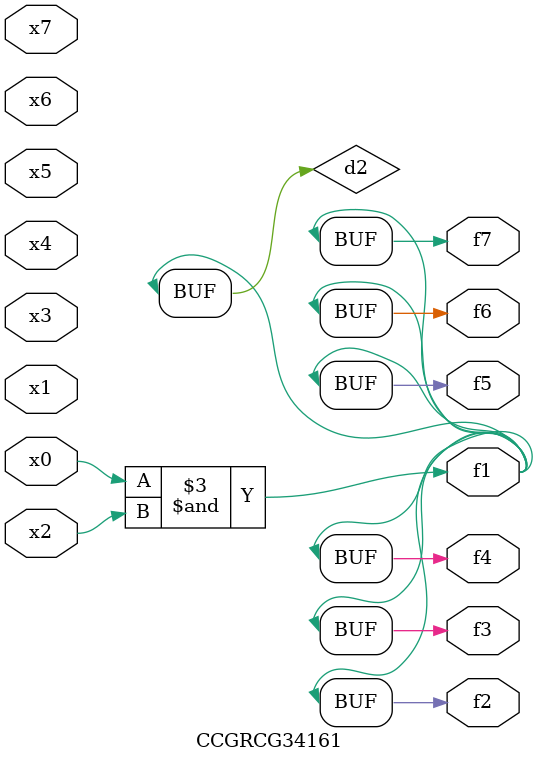
<source format=v>
module CCGRCG34161(
	input x0, x1, x2, x3, x4, x5, x6, x7,
	output f1, f2, f3, f4, f5, f6, f7
);

	wire d1, d2;

	nor (d1, x3, x6);
	and (d2, x0, x2);
	assign f1 = d2;
	assign f2 = d2;
	assign f3 = d2;
	assign f4 = d2;
	assign f5 = d2;
	assign f6 = d2;
	assign f7 = d2;
endmodule

</source>
